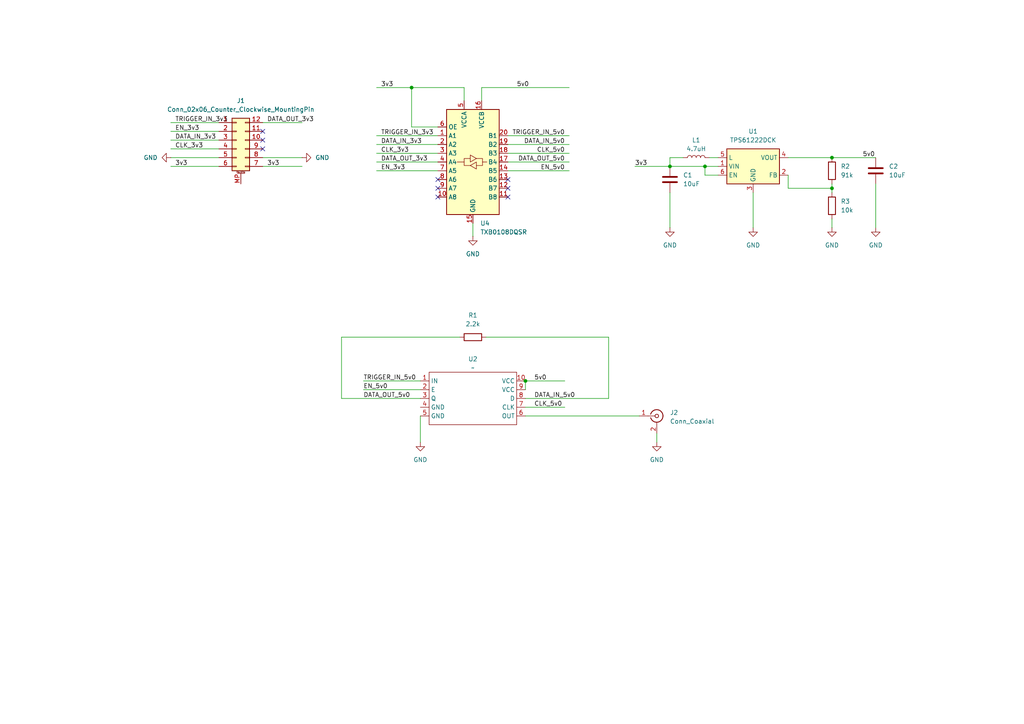
<source format=kicad_sch>
(kicad_sch (version 20250114) (generator "eeschema") (generator_version "9.0")
  (paper "A4")
  (lib_symbols
    (symbol "Connector:Conn_Coaxial" (pin_names (offset 1.016) (hide yes))
      (property "Reference" "J" (at 0.254 3.048 0))
      (property "Value" "Conn_Coaxial" (at 2.921 0 90))
      (symbol "Conn_Coaxial_0_1"
        (polyline (pts (xy -2.54 0) (xy -0.508 0)))
        (arc (start 1.778 0) (mid 0.222 -1.8079) (end -1.778 -0.508) (stroke (width 0.254)))
        (arc (start -1.778 0.508) (mid 0.2221 1.8084) (end 1.778 0) (stroke (width 0.254)))
        (circle (center 0 0) (radius 0.508) (stroke (width 0.2032)))
        (polyline (pts (xy 0 -2.54) (xy 0 -1.778)))
      )
      (symbol "Conn_Coaxial_1_1"
        (pin passive line (at -5.08 0 0) (length 2.54) (name "In") (number "1"))
        (pin passive line (at 0 -5.08 90) (length 2.54) (name "Ext") (number "2"))
      )
    )
    (symbol "Connector_Generic_MountingPin:Conn_02x06_Counter_Clockwise_MountingPin" (pin_names (offset 1.016) (hide yes))
      (property "Reference" "J" (at 1.27 7.62 0))
      (property "Value" "Conn_02x06_Counter_Clockwise_MountingPin" (at 2.54 -10.16 0))
      (symbol "Conn_02x06_Counter_Clockwise_MountingPin_1_1"
        (rectangle (start -1.27 6.35) (end 3.81 -8.89) (stroke (width 0.254)) (fill (type background)))
        (rectangle (start -1.27 5.207) (end 0 4.953) (stroke (width 0.1524)))
        (rectangle (start -1.27 2.667) (end 0 2.413) (stroke (width 0.1524)))
        (rectangle (start -1.27 0.127) (end 0 -0.127) (stroke (width 0.1524)))
        (rectangle (start -1.27 -2.413) (end 0 -2.667) (stroke (width 0.1524)))
        (rectangle (start -1.27 -4.953) (end 0 -5.207) (stroke (width 0.1524)))
        (rectangle (start -1.27 -7.493) (end 0 -7.747) (stroke (width 0.1524)))
        (polyline (pts (xy 0.254 -9.652) (xy 2.286 -9.652)) (stroke (width 0.1524)))
        (rectangle (start 3.81 5.207) (end 2.54 4.953) (stroke (width 0.1524)))
        (rectangle (start 3.81 2.667) (end 2.54 2.413) (stroke (width 0.1524)))
        (rectangle (start 3.81 0.127) (end 2.54 -0.127) (stroke (width 0.1524)))
        (rectangle (start 3.81 -2.413) (end 2.54 -2.667) (stroke (width 0.1524)))
        (rectangle (start 3.81 -4.953) (end 2.54 -5.207) (stroke (width 0.1524)))
        (rectangle (start 3.81 -7.493) (end 2.54 -7.747) (stroke (width 0.1524)))
        (text "Mounting" (at 1.27 -9.271 0) (effects (font (size 0.381 0.381))))
        (pin passive line (at -5.08 5.08 0) (length 3.81) (name "Pin_1") (number "1"))
        (pin passive line (at -5.08 2.54 0) (length 3.81) (name "Pin_2") (number "2"))
        (pin passive line (at -5.08 0 0) (length 3.81) (name "Pin_3") (number "3"))
        (pin passive line (at -5.08 -2.54 0) (length 3.81) (name "Pin_4") (number "4"))
        (pin passive line (at -5.08 -5.08 0) (length 3.81) (name "Pin_5") (number "5"))
        (pin passive line (at -5.08 -7.62 0) (length 3.81) (name "Pin_6") (number "6"))
        (pin passive line (at 1.27 -12.7 90) (length 3.048) (name "MountPin") (number "MP"))
        (pin passive line (at 7.62 5.08 180) (length 3.81) (name "Pin_12") (number "12"))
        (pin passive line (at 7.62 2.54 180) (length 3.81) (name "Pin_11") (number "11"))
        (pin passive line (at 7.62 0 180) (length 3.81) (name "Pin_10") (number "10"))
        (pin passive line (at 7.62 -2.54 180) (length 3.81) (name "Pin_9") (number "9"))
        (pin passive line (at 7.62 -5.08 180) (length 3.81) (name "Pin_8") (number "8"))
        (pin passive line (at 7.62 -7.62 180) (length 3.81) (name "Pin_7") (number "7"))
      )
    )
    (symbol "Device:C" (pin_numbers (hide yes)) (pin_names (offset 0.254))
      (property "Reference" "C" (at 0.635 2.54 0))
      (property "Value" "C" (at 0.635 -2.54 0))
      (symbol "C_0_1"
        (polyline (pts (xy -2.032 0.762) (xy 2.032 0.762)) (stroke (width 0.508)))
        (polyline (pts (xy -2.032 -0.762) (xy 2.032 -0.762)) (stroke (width 0.508)))
      )
      (symbol "C_1_1"
        (pin passive line (at 0 3.81 270) (length 2.794) (name "~") (number "1"))
        (pin passive line (at 0 -3.81 90) (length 2.794) (name "~") (number "2"))
      )
    )
    (symbol "Device:L" (pin_numbers (hide yes)) (pin_names (offset 1.016) (hide yes))
      (property "Reference" "L" (at -1.27 0 90))
      (property "Value" "L" (at 1.905 0 90))
      (symbol "L_0_1"
        (arc (start 0 2.54) (mid 0.6323 1.905) (end 0 1.27))
        (arc (start 0 1.27) (mid 0.6323 0.635) (end 0 0))
        (arc (start 0 0) (mid 0.6323 -0.635) (end 0 -1.27))
        (arc (start 0 -1.27) (mid 0.6323 -1.905) (end 0 -2.54))
      )
      (symbol "L_1_1"
        (pin passive line (at 0 3.81 270) (length 1.27) (name "1") (number "1"))
        (pin passive line (at 0 -3.81 90) (length 1.27) (name "2") (number "2"))
      )
    )
    (symbol "Device:R" (pin_numbers (hide yes)) (pin_names (offset 0))
      (property "Reference" "R" (at 2.032 0 90))
      (property "Value" "R" (at 0 0 90))
      (symbol "R_0_1"
        (rectangle (start -1.016 -2.54) (end 1.016 2.54) (stroke (width 0.254)))
      )
      (symbol "R_1_1"
        (pin passive line (at 0 3.81 270) (length 1.27) (name "~") (number "1"))
        (pin passive line (at 0 -3.81 90) (length 1.27) (name "~") (number "2"))
      )
    )
    (symbol "Logic_LevelTranslator:TXB0108DQSR"
      (property "Reference" "U" (at -6.35 16.51 0))
      (property "Value" "TXB0108DQSR" (at 3.81 16.51 0))
      (symbol "TXB0108DQSR_0_1"
        (rectangle (start -7.62 15.24) (end 7.62 -15.24) (stroke (width 0.254)) (fill (type background)))
        (polyline (pts (xy -2.54 0) (xy -2.54 1.016) (xy -0.762 1.016)))
        (polyline (pts (xy -0.762 -1.016) (xy -2.54 -1.016) (xy -2.54 0) (xy -4.572 0)))
        (polyline (pts (xy -0.762 -1.016) (xy 1.016 0) (xy 1.016 -2.032) (xy -0.762 -1.016)))
        (polyline (pts (xy 1.016 1.016) (xy -0.762 0) (xy -0.762 2.032) (xy 1.016 1.016)))
        (polyline (pts (xy 1.016 1.016) (xy 2.794 1.016) (xy 2.794 0) (xy 4.064 0)))
        (polyline (pts (xy 2.794 0) (xy 2.794 -1.016) (xy 1.016 -1.016)))
      )
      (symbol "TXB0108DQSR_1_1"
        (pin input line (at -10.16 10.16 0) (length 2.54) (name "OE") (number "6"))
        (pin bidirectional line (at -10.16 7.62 0) (length 2.54) (name "A1") (number "1"))
        (pin bidirectional line (at -10.16 5.08 0) (length 2.54) (name "A2") (number "2"))
        (pin bidirectional line (at -10.16 2.54 0) (length 2.54) (name "A3") (number "3"))
        (pin bidirectional line (at -10.16 0 0) (length 2.54) (name "A4") (number "4"))
        (pin bidirectional line (at -10.16 -2.54 0) (length 2.54) (name "A5") (number "7"))
        (pin bidirectional line (at -10.16 -5.08 0) (length 2.54) (name "A6") (number "8"))
        (pin bidirectional line (at -10.16 -7.62 0) (length 2.54) (name "A7") (number "9"))
        (pin bidirectional line (at -10.16 -10.16 0) (length 2.54) (name "A8") (number "10"))
        (pin power_in line (at -2.54 17.78 270) (length 2.54) (name "VCCA") (number "5"))
        (pin power_in line (at 0 -17.78 90) (length 2.54) (name "GND") (number "15"))
        (pin power_in line (at 2.54 17.78 270) (length 2.54) (name "VCCB") (number "16"))
        (pin bidirectional line (at 10.16 7.62 180) (length 2.54) (name "B1") (number "20"))
        (pin bidirectional line (at 10.16 5.08 180) (length 2.54) (name "B2") (number "19"))
        (pin bidirectional line (at 10.16 2.54 180) (length 2.54) (name "B3") (number "18"))
        (pin bidirectional line (at 10.16 0 180) (length 2.54) (name "B4") (number "17"))
        (pin bidirectional line (at 10.16 -2.54 180) (length 2.54) (name "B5") (number "14"))
        (pin bidirectional line (at 10.16 -5.08 180) (length 2.54) (name "B6") (number "13"))
        (pin bidirectional line (at 10.16 -7.62 180) (length 2.54) (name "B7") (number "12"))
        (pin bidirectional line (at 10.16 -10.16 180) (length 2.54) (name "B8") (number "11"))
      )
    )
    (symbol "PMODDelay:DS1124"
      (property "Reference" "U" (at -12.192 -10.668 0))
      (symbol "DS1124_0_1"
        (rectangle (start -12.7 6.35) (end 12.7 -8.89))
      )
      (symbol "DS1124_1_1"
        (pin input line (at -15.24 3.81 0) (length 2.54) (name "IN") (number "1"))
        (pin input line (at -15.24 1.27 0) (length 2.54) (name "E") (number "2"))
        (pin output line (at -15.24 -1.27 0) (length 2.54) (name "Q") (number "3"))
        (pin input line (at -15.24 -3.81 0) (length 2.54) (name "GND") (number "4"))
        (pin input line (at -15.24 -6.35 0) (length 2.54) (name "GND") (number "5"))
        (pin power_in line (at 15.24 3.81 180) (length 2.54) (name "VCC") (number "10"))
        (pin power_in line (at 15.24 1.27 180) (length 2.54) (name "VCC") (number "9"))
        (pin input line (at 15.24 -1.27 180) (length 2.54) (name "D") (number "8"))
        (pin input line (at 15.24 -3.81 180) (length 2.54) (name "CLK") (number "7"))
        (pin output line (at 15.24 -6.35 180) (length 2.54) (name "OUT") (number "6"))
      )
    )
    (symbol "Regulator_Switching:TPS61222DCK"
      (property "Reference" "U" (at -7.62 6.35 0))
      (property "Value" "TPS61222DCK" (at 2.54 6.35 0))
      (symbol "TPS61222DCK_0_1"
        (rectangle (start -7.62 5.08) (end 7.62 -5.08) (stroke (width 0.254)) (fill (type background)))
      )
      (symbol "TPS61222DCK_1_1"
        (pin power_in line (at -10.16 2.54 0) (length 2.54) (name "L") (number "5"))
        (pin power_in line (at -10.16 0 0) (length 2.54) (name "VIN") (number "1"))
        (pin input line (at -10.16 -2.54 0) (length 2.54) (name "EN") (number "6"))
        (pin power_in line (at 0 -7.62 90) (length 2.54) (name "GND") (number "3"))
        (pin power_out line (at 10.16 2.54 180) (length 2.54) (name "VOUT") (number "4"))
        (pin input line (at 10.16 -2.54 180) (length 2.54) (name "FB") (number "2"))
      )
    )
    (symbol "power:GND" (power) (pin_numbers (hide yes)) (pin_names (offset 0) (hide yes))
      (property "Value" "GND" (at 0 -3.81 0))
      (symbol "GND_0_1"
        (polyline (pts (xy 0 0) (xy 0 -1.27) (xy 1.27 -1.27) (xy 0 -2.54) (xy -1.27 -1.27) (xy 0 -1.27)))
      )
      (symbol "GND_1_1"
        (pin power_in line (at 0 0 270) (length 0) (name "~") (number "1"))
      )
    )
  )
  (junction (at 241.3 45.72))
  (junction (at 119.38 25.4))
  (junction (at 241.3 54.61))
  (junction (at 194.31 48.26))
  (junction (at 152.4 110.49))
  (junction (at 204.47 48.26))
  (no_connect (at 147.32 52.07))
  (no_connect (at 127 52.07))
  (no_connect (at 76.2 40.64))
  (no_connect (at 127 54.61))
  (no_connect (at 127 57.15))
  (no_connect (at 147.32 54.61))
  (no_connect (at 147.32 57.15))
  (no_connect (at 76.2 43.18))
  (no_connect (at 76.2 38.1))
  (wire (pts (xy 139.7 25.4) (xy 165.1 25.4)))
  (wire (pts (xy 228.6 50.8) (xy 228.6 54.61)))
  (wire (pts (xy 165.1 39.37) (xy 147.32 39.37)))
  (wire (pts (xy 194.31 55.88) (xy 194.31 66.04)))
  (wire (pts (xy 49.53 45.72) (xy 63.5 45.72)))
  (wire (pts (xy 137.16 64.77) (xy 137.16 68.58)))
  (wire (pts (xy 76.2 45.72) (xy 87.63 45.72)))
  (wire (pts (xy 105.41 110.49) (xy 121.92 110.49)))
  (wire (pts (xy 119.38 25.4) (xy 119.38 36.83)))
  (wire (pts (xy 49.53 43.18) (xy 63.5 43.18)))
  (wire (pts (xy 140.97 97.79) (xy 176.53 97.79)))
  (wire (pts (xy 176.53 115.57) (xy 176.53 97.79)))
  (wire (pts (xy 49.53 48.26) (xy 63.5 48.26)))
  (wire (pts (xy 152.4 115.57) (xy 176.53 115.57)))
  (wire (pts (xy 119.38 25.4) (xy 134.62 25.4)))
  (wire (pts (xy 152.4 120.65) (xy 185.42 120.65)))
  (wire (pts (xy 109.22 44.45) (xy 127 44.45)))
  (wire (pts (xy 190.5 125.73) (xy 190.5 128.27)))
  (wire (pts (xy 204.47 48.26) (xy 208.28 48.26)))
  (wire (pts (xy 99.06 115.57) (xy 121.92 115.57)))
  (wire (pts (xy 218.44 55.88) (xy 218.44 66.04)))
  (wire (pts (xy 109.22 41.91) (xy 127 41.91)))
  (wire (pts (xy 184.15 48.26) (xy 194.31 48.26)))
  (wire (pts (xy 165.1 46.99) (xy 147.32 46.99)))
  (wire (pts (xy 105.41 113.03) (xy 121.92 113.03)))
  (wire (pts (xy 109.22 25.4) (xy 119.38 25.4)))
  (wire (pts (xy 127 36.83) (xy 119.38 36.83)))
  (wire (pts (xy 241.3 53.34) (xy 241.3 54.61)))
  (wire (pts (xy 139.7 29.21) (xy 139.7 25.4)))
  (wire (pts (xy 109.22 49.53) (xy 127 49.53)))
  (wire (pts (xy 228.6 45.72) (xy 241.3 45.72)))
  (wire (pts (xy 228.6 54.61) (xy 241.3 54.61)))
  (wire (pts (xy 165.1 44.45) (xy 147.32 44.45)))
  (wire (pts (xy 165.1 41.91) (xy 147.32 41.91)))
  (wire (pts (xy 241.3 54.61) (xy 241.3 55.88)))
  (wire (pts (xy 121.92 120.65) (xy 121.92 128.27)))
  (wire (pts (xy 152.4 118.11) (xy 163.83 118.11)))
  (wire (pts (xy 49.53 38.1) (xy 63.5 38.1)))
  (wire (pts (xy 49.53 40.64) (xy 63.5 40.64)))
  (wire (pts (xy 99.06 97.79) (xy 99.06 115.57)))
  (wire (pts (xy 134.62 29.21) (xy 134.62 25.4)))
  (wire (pts (xy 208.28 50.8) (xy 204.47 50.8)))
  (wire (pts (xy 194.31 48.26) (xy 204.47 48.26)))
  (wire (pts (xy 49.53 35.56) (xy 63.5 35.56)))
  (wire (pts (xy 204.47 50.8) (xy 204.47 48.26)))
  (wire (pts (xy 109.22 46.99) (xy 127 46.99)))
  (wire (pts (xy 241.3 45.72) (xy 254 45.72)))
  (wire (pts (xy 76.2 35.56) (xy 87.63 35.56)))
  (wire (pts (xy 133.35 97.79) (xy 99.06 97.79)))
  (wire (pts (xy 194.31 45.72) (xy 198.12 45.72)))
  (wire (pts (xy 76.2 48.26) (xy 87.63 48.26)))
  (wire (pts (xy 109.22 39.37) (xy 127 39.37)))
  (wire (pts (xy 241.3 63.5) (xy 241.3 66.04)))
  (wire (pts (xy 194.31 48.26) (xy 194.31 45.72)))
  (wire (pts (xy 165.1 49.53) (xy 147.32 49.53)))
  (wire (pts (xy 152.4 110.49) (xy 152.4 113.03)))
  (wire (pts (xy 152.4 110.49) (xy 163.83 110.49)))
  (wire (pts (xy 205.74 45.72) (xy 208.28 45.72)))
  (wire (pts (xy 254 53.34) (xy 254 66.04)))
  (label "EN_3v3" (at 110.49 49.53 0))
  (label "CLK_5v0" (at 154.94 118.11 0))
  (label "5v0" (at 149.86 25.4 0))
  (label "EN_3v3" (at 50.8 38.1 0))
  (label "CLK_3v3" (at 110.49 44.45 0))
  (label "5v0" (at 250.19 45.72 0))
  (label "DATA_OUT_3v3" (at 77.47 35.56 0))
  (label "DATA_OUT_5v0" (at 105.41 115.57 0))
  (label "EN_5v0" (at 105.41 113.03 0))
  (label "5v0" (at 154.94 110.49 0))
  (label "3v3" (at 110.49 25.4 0))
  (label "CLK_3v3" (at 50.8 43.18 0))
  (label "TRIGGER_IN_3v3" (at 50.8 35.56 0))
  (label "TRIGGER_IN_5v0" (at 105.41 110.49 0))
  (label "3v3" (at 50.8 48.26 0))
  (label "DATA_IN_3v3" (at 110.49 41.91 0))
  (label "CLK_5v0" (at 163.83 44.45 180))
  (label "EN_5v0" (at 163.83 49.53 180))
  (label "DATA_IN_5v0" (at 163.83 41.91 180))
  (label "DATA_OUT_3v3" (at 110.49 46.99 0))
  (label "DATA_OUT_5v0" (at 163.83 46.99 180))
  (label "TRIGGER_IN_3v3" (at 110.49 39.37 0))
  (label "DATA_IN_3v3" (at 50.8 40.64 0))
  (label "TRIGGER_IN_5v0" (at 163.83 39.37 180))
  (label "3v3" (at 184.15 48.26 0))
  (label "DATA_IN_5v0" (at 154.94 115.57 0))
  (label "3v3" (at 77.47 48.26 0))
  (symbol (lib_id "Regulator_Switching:TPS61222DCK") (at 218.44 48.26 0) (unit 1)
    (property "Reference" "U1" (at 218.44 38.1 0))
    (property "Value" "TPS61222DCK" (at 218.44 40.64 0))
    (property "Footprint" "Package_TO_SOT_SMD:Texas_R-PDSO-G6" (effects (hide yes)))
    (property "Datasheet" "http://www.ti.com/lit/ds/symlink/tps61220.pdf" (effects (hide yes)))
    (property "Description" "400 mA Step-Up Converter, Fixed 5V Output Voltage, 0.7-5.5V Input Voltage, SC-70" (effects (hide yes)))
  )
  (symbol (lib_id "power:GND") (at 121.92 128.27 0) (unit 1)
    (property "Reference" "#PWR01" (effects (hide yes)))
    (property "Value" "GND" (at 121.92 133.35 0))
    (property "Description" "Power symbol creates a global label with name \"GND\" , ground" (effects (hide yes)))
  )
  (symbol (lib_id "Device:R") (at 137.16 97.79 90) (unit 1)
    (property "Reference" "R1" (at 137.16 91.44 90))
    (property "Value" "2.2k" (at 137.16 93.98 90))
    (property "Footprint" "Resistor_SMD:R_0805_2012Metric" (effects (hide yes)))
    (property "Description" "Resistor" (effects (hide yes)))
  )
  (symbol (lib_id "Device:R") (at 241.3 49.53 0) (unit 1)
    (property "Reference" "R2" (at 243.84 48.2599 0) (effects (justify left)))
    (property "Value" "91k" (at 243.84 50.7999 0) (effects (justify left)))
    (property "Footprint" "Resistor_SMD:R_0805_2012Metric" (effects (hide yes)))
    (property "Description" "Resistor" (effects (hide yes)))
  )
  (symbol (lib_id "power:GND") (at 137.16 68.58 0) (unit 1)
    (property "Reference" "#PWR08" (effects (hide yes)))
    (property "Value" "GND" (at 137.16 73.66 0))
    (property "Description" "Power symbol creates a global label with name \"GND\" , ground" (effects (hide yes)))
  )
  (symbol (lib_id "Device:C") (at 254 49.53 0) (unit 1)
    (property "Reference" "C2" (at 257.81 48.2599 0) (effects (justify left)))
    (property "Value" "10uF" (at 257.81 50.7999 0) (effects (justify left)))
    (property "Footprint" "Capacitor_SMD:C_0805_2012Metric" (effects (hide yes)))
    (property "Description" "Unpolarized capacitor" (effects (hide yes)))
  )
  (symbol (lib_id "PMODDelay:DS1124") (at 137.16 114.3 0) (unit 1)
    (property "Reference" "U2" (at 137.16 104.14 0))
    (property "Value" "~" (at 137.16 106.68 0))
  )
  (symbol (lib_id "power:GND") (at 190.5 128.27 0) (unit 1)
    (property "Reference" "#PWR09" (effects (hide yes)))
    (property "Value" "GND" (at 190.5 133.35 0))
    (property "Description" "Power symbol creates a global label with name \"GND\" , ground" (effects (hide yes)))
  )
  (symbol (lib_id "power:GND") (at 49.53 45.72 270) (unit 1)
    (property "Reference" "#PWR06" (effects (hide yes)))
    (property "Value" "GND" (at 45.72 45.7199 90) (effects (justify right)))
    (property "Description" "Power symbol creates a global label with name \"GND\" , ground" (effects (hide yes)))
  )
  (symbol (lib_id "Connector:Conn_Coaxial") (at 190.5 120.65 0) (unit 1)
    (property "Reference" "J2" (at 194.31 119.6731 0) (effects (justify left)))
    (property "Value" "Conn_Coaxial" (at 194.31 122.2131 0) (effects (justify left)))
    (property "Footprint" "Connector_Coaxial:SMA_Amphenol_901-144_Vertical" (effects (hide yes)))
    (property "Description" "coaxial connector (BNC, SMA, SMB, SMC, Cinch/RCA, LEMO, ...)" (effects (hide yes)))
  )
  (symbol (lib_id "Device:C") (at 194.31 52.07 0) (unit 1)
    (property "Reference" "C1" (at 198.12 50.7999 0) (effects (justify left)))
    (property "Value" "10uF" (at 198.12 53.3399 0) (effects (justify left)))
    (property "Footprint" "Capacitor_SMD:C_0805_2012Metric" (effects (hide yes)))
    (property "Description" "Unpolarized capacitor" (effects (hide yes)))
  )
  (symbol (lib_id "power:GND") (at 254 66.04 0) (unit 1)
    (property "Reference" "#PWR04" (effects (hide yes)))
    (property "Value" "GND" (at 254 71.12 0))
    (property "Description" "Power symbol creates a global label with name \"GND\" , ground" (effects (hide yes)))
  )
  (symbol (lib_id "power:GND") (at 194.31 66.04 0) (unit 1)
    (property "Reference" "#PWR05" (effects (hide yes)))
    (property "Value" "GND" (at 194.31 71.12 0))
    (property "Description" "Power symbol creates a global label with name \"GND\" , ground" (effects (hide yes)))
  )
  (symbol (lib_id "power:GND") (at 87.63 45.72 90) (unit 1)
    (property "Reference" "#PWR07" (effects (hide yes)))
    (property "Value" "GND" (at 91.44 45.7199 90) (effects (justify right)))
    (property "Description" "Power symbol creates a global label with name \"GND\" , ground" (effects (hide yes)))
  )
  (symbol (lib_id "power:GND") (at 241.3 66.04 0) (unit 1)
    (property "Reference" "#PWR02" (effects (hide yes)))
    (property "Value" "GND" (at 241.3 71.12 0))
    (property "Description" "Power symbol creates a global label with name \"GND\" , ground" (effects (hide yes)))
  )
  (symbol (lib_id "Device:L") (at 201.93 45.72 90) (unit 1)
    (property "Reference" "L1" (at 201.93 40.64 90))
    (property "Value" "4.7uH" (at 201.93 43.18 90))
    (property "Footprint" "Resistor_SMD:R_0805_2012Metric" (effects (hide yes)))
    (property "Description" "Inductor" (effects (hide yes)))
  )
  (symbol (lib_id "Device:R") (at 241.3 59.69 0) (unit 1)
    (property "Reference" "R3" (at 243.84 58.4199 0) (effects (justify left)))
    (property "Value" "10k" (at 243.84 60.9599 0) (effects (justify left)))
    (property "Footprint" "Resistor_SMD:R_0805_2012Metric" (effects (hide yes)))
    (property "Description" "Resistor" (effects (hide yes)))
  )
  (symbol (lib_id "Connector_Generic_MountingPin:Conn_02x06_Counter_Clockwise_MountingPin") (at 68.58 40.64 0) (unit 1)
    (property "Reference" "J1" (at 69.85 29.21 0))
    (property "Value" "Conn_02x06_Counter_Clockwise_MountingPin" (at 69.85 31.75 0))
    (property "Description" "Generic connectable mounting pin connector, double row, 02x06, counter clockwise pin numbering scheme (similar to DIP package numbering), script generated (kicad-library-utils/schlib/autogen/connector/)" (effects (hide yes)))
  )
  (symbol (lib_id "power:GND") (at 218.44 66.04 0) (unit 1)
    (property "Reference" "#PWR03" (effects (hide yes)))
    (property "Value" "GND" (at 218.44 71.12 0))
    (property "Description" "Power symbol creates a global label with name \"GND\" , ground" (effects (hide yes)))
  )
  (symbol (lib_id "Logic_LevelTranslator:TXB0108DQSR") (at 137.16 46.99 0) (unit 1)
    (property "Reference" "U4" (at 139.3033 64.77 0) (effects (justify left)))
    (property "Value" "TXB0108DQSR" (at 139.3033 67.31 0) (effects (justify left)))
    (property "Footprint" "Package_SON:USON-20_2x4mm_P0.4mm" (effects (hide yes)))
    (property "Datasheet" "http://www.ti.com/lit/ds/symlink/txb0108.pdf" (effects (hide yes)))
    (property "Description" "8-Bit Bidirectional Voltage-Level Translator, Auto Direction Sensing and ±15-kV ESD Protection, 1.2 - 3.6V APort, 1.65 - 5.5V BPort, USON-20" (effects (hide yes)))
  )
)
</source>
